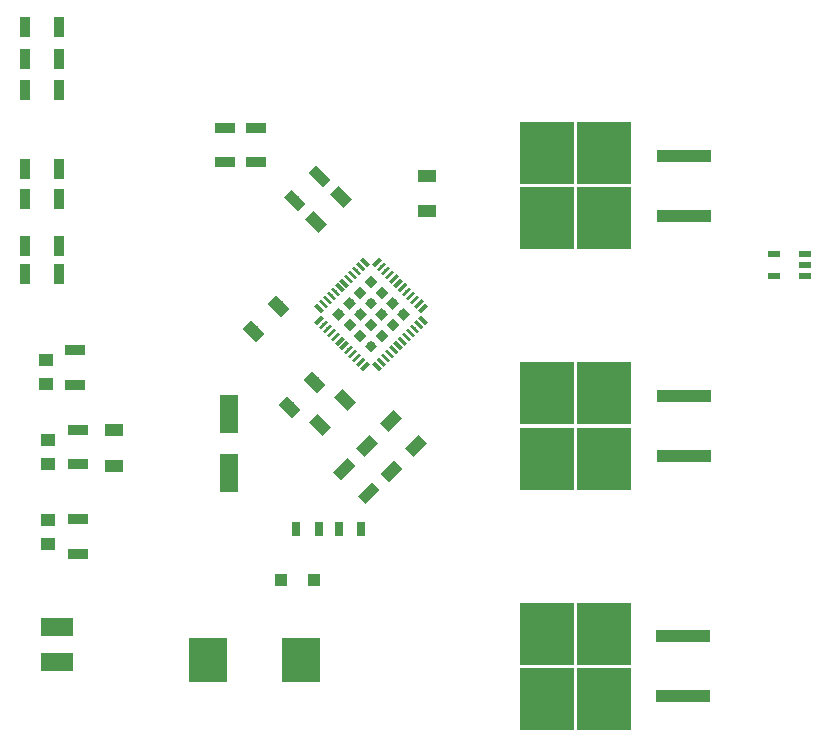
<source format=gtp>
G04 #@! TF.GenerationSoftware,KiCad,Pcbnew,(5.0.1)-3*
G04 #@! TF.CreationDate,2018-10-29T22:15:53-04:00*
G04 #@! TF.ProjectId,GCEW,474345572E6B696361645F7063620000,rev?*
G04 #@! TF.SameCoordinates,Original*
G04 #@! TF.FileFunction,Paste,Top*
G04 #@! TF.FilePolarity,Positive*
%FSLAX46Y46*%
G04 Gerber Fmt 4.6, Leading zero omitted, Abs format (unit mm)*
G04 Created by KiCad (PCBNEW (5.0.1)-3) date 10/29/2018 10:15:53 PM*
%MOMM*%
%LPD*%
G01*
G04 APERTURE LIST*
%ADD10C,1.000000*%
%ADD11C,0.100000*%
%ADD12R,1.600000X1.000000*%
%ADD13R,1.250000X1.000000*%
%ADD14R,1.600000X3.200000*%
%ADD15R,2.700000X1.600000*%
%ADD16R,1.100000X1.100000*%
%ADD17R,3.300000X3.700000*%
%ADD18C,0.900000*%
%ADD19R,1.700000X0.900000*%
%ADD20R,0.900000X1.700000*%
%ADD21R,0.700000X1.300000*%
%ADD22R,1.100000X0.600000*%
%ADD23C,0.772500*%
%ADD24C,0.280000*%
%ADD25R,4.600000X1.100000*%
%ADD26R,4.550000X5.250000*%
G04 APERTURE END LIST*
D10*
G04 #@! TO.C,C2*
X152960660Y-106689340D03*
D11*
G36*
X152748528Y-105770101D02*
X153879899Y-106901472D01*
X153172792Y-107608579D01*
X152041421Y-106477208D01*
X152748528Y-105770101D01*
X152748528Y-105770101D01*
G37*
D10*
X150839340Y-108810660D03*
D11*
G36*
X150627208Y-107891421D02*
X151758579Y-109022792D01*
X151051472Y-109729899D01*
X149920101Y-108598528D01*
X150627208Y-107891421D01*
X150627208Y-107891421D01*
G37*
G04 #@! TD*
D10*
G04 #@! TO.C,C3*
X158260660Y-97439340D03*
D11*
G36*
X158048528Y-96520101D02*
X159179899Y-97651472D01*
X158472792Y-98358579D01*
X157341421Y-97227208D01*
X158048528Y-96520101D01*
X158048528Y-96520101D01*
G37*
D10*
X156139340Y-99560660D03*
D11*
G36*
X155927208Y-98641421D02*
X157058579Y-99772792D01*
X156351472Y-100479899D01*
X155220101Y-99348528D01*
X155927208Y-98641421D01*
X155927208Y-98641421D01*
G37*
G04 #@! TD*
D12*
G04 #@! TO.C,C4*
X139000000Y-117200000D03*
X139000000Y-120200000D03*
G04 #@! TD*
D13*
G04 #@! TO.C,C5*
X133250000Y-113300000D03*
X133250000Y-111300000D03*
G04 #@! TD*
G04 #@! TO.C,C6*
X133400000Y-120050000D03*
X133400000Y-118050000D03*
G04 #@! TD*
G04 #@! TO.C,C7*
X133400000Y-124800000D03*
X133400000Y-126800000D03*
G04 #@! TD*
D10*
G04 #@! TO.C,C8*
X160439340Y-118539340D03*
D11*
G36*
X159520101Y-118751472D02*
X160651472Y-117620101D01*
X161358579Y-118327208D01*
X160227208Y-119458579D01*
X159520101Y-118751472D01*
X159520101Y-118751472D01*
G37*
D10*
X162560660Y-120660660D03*
D11*
G36*
X161641421Y-120872792D02*
X162772792Y-119741421D01*
X163479899Y-120448528D01*
X162348528Y-121579899D01*
X161641421Y-120872792D01*
X161641421Y-120872792D01*
G37*
G04 #@! TD*
D10*
G04 #@! TO.C,C10*
X158575000Y-114625000D03*
D11*
G36*
X158362868Y-113705761D02*
X159494239Y-114837132D01*
X158787132Y-115544239D01*
X157655761Y-114412868D01*
X158362868Y-113705761D01*
X158362868Y-113705761D01*
G37*
D10*
X156453680Y-116746320D03*
D11*
G36*
X156241548Y-115827081D02*
X157372919Y-116958452D01*
X156665812Y-117665559D01*
X155534441Y-116534188D01*
X156241548Y-115827081D01*
X156241548Y-115827081D01*
G37*
G04 #@! TD*
D10*
G04 #@! TO.C,C11*
X162450000Y-116400000D03*
D11*
G36*
X161530761Y-116612132D02*
X162662132Y-115480761D01*
X163369239Y-116187868D01*
X162237868Y-117319239D01*
X161530761Y-116612132D01*
X161530761Y-116612132D01*
G37*
D10*
X164571320Y-118521320D03*
D11*
G36*
X163652081Y-118733452D02*
X164783452Y-117602081D01*
X165490559Y-118309188D01*
X164359188Y-119440559D01*
X163652081Y-118733452D01*
X163652081Y-118733452D01*
G37*
G04 #@! TD*
D14*
G04 #@! TO.C,C12*
X148800000Y-115850000D03*
X148800000Y-120850000D03*
G04 #@! TD*
D12*
G04 #@! TO.C,C13*
X165525000Y-98650000D03*
X165525000Y-95650000D03*
G04 #@! TD*
D10*
G04 #@! TO.C,C14*
X153889340Y-115260660D03*
D11*
G36*
X154101472Y-116179899D02*
X152970101Y-115048528D01*
X153677208Y-114341421D01*
X154808579Y-115472792D01*
X154101472Y-116179899D01*
X154101472Y-116179899D01*
G37*
D10*
X156010660Y-113139340D03*
D11*
G36*
X156222792Y-114058579D02*
X155091421Y-112927208D01*
X155798528Y-112220101D01*
X156929899Y-113351472D01*
X156222792Y-114058579D01*
X156222792Y-114058579D01*
G37*
G04 #@! TD*
D15*
G04 #@! TO.C,C15*
X134200000Y-136825000D03*
X134200000Y-133825000D03*
G04 #@! TD*
D16*
G04 #@! TO.C,D1*
X153150001Y-129850000D03*
X155949999Y-129850000D03*
G04 #@! TD*
D17*
G04 #@! TO.C,L1*
X146950000Y-136700000D03*
X154850000Y-136700000D03*
G04 #@! TD*
D18*
G04 #@! TO.C,R1*
X154349390Y-97750610D03*
D11*
G36*
X154632233Y-98669849D02*
X153430151Y-97467767D01*
X154066547Y-96831371D01*
X155268629Y-98033453D01*
X154632233Y-98669849D01*
X154632233Y-98669849D01*
G37*
D18*
X156400000Y-95700000D03*
D11*
G36*
X156682843Y-96619239D02*
X155480761Y-95417157D01*
X156117157Y-94780761D01*
X157319239Y-95982843D01*
X156682843Y-96619239D01*
X156682843Y-96619239D01*
G37*
G04 #@! TD*
D19*
G04 #@! TO.C,R2*
X135750000Y-110450000D03*
X135750000Y-113350000D03*
G04 #@! TD*
D20*
G04 #@! TO.C,R3*
X131500000Y-88400000D03*
X134400000Y-88400000D03*
G04 #@! TD*
G04 #@! TO.C,R4*
X131500000Y-85800000D03*
X134400000Y-85800000D03*
G04 #@! TD*
G04 #@! TO.C,R5*
X131500000Y-83100000D03*
X134400000Y-83100000D03*
G04 #@! TD*
G04 #@! TO.C,R6*
X131500000Y-97650000D03*
X134400000Y-97650000D03*
G04 #@! TD*
G04 #@! TO.C,R7*
X131500000Y-95050000D03*
X134400000Y-95050000D03*
G04 #@! TD*
D19*
G04 #@! TO.C,R8*
X135950000Y-117200000D03*
X135950000Y-120100000D03*
G04 #@! TD*
D20*
G04 #@! TO.C,R9*
X131500000Y-104000000D03*
X134400000Y-104000000D03*
G04 #@! TD*
G04 #@! TO.C,R10*
X131500000Y-101600000D03*
X134400000Y-101600000D03*
G04 #@! TD*
D19*
G04 #@! TO.C,R11*
X151020000Y-91580000D03*
X151020000Y-94480000D03*
G04 #@! TD*
G04 #@! TO.C,R12*
X135950000Y-127650000D03*
X135950000Y-124750000D03*
G04 #@! TD*
G04 #@! TO.C,R13*
X148460000Y-94480000D03*
X148460000Y-91580000D03*
G04 #@! TD*
D18*
G04 #@! TO.C,R14*
X158524695Y-120474695D03*
D11*
G36*
X157605456Y-120757538D02*
X158807538Y-119555456D01*
X159443934Y-120191852D01*
X158241852Y-121393934D01*
X157605456Y-120757538D01*
X157605456Y-120757538D01*
G37*
D18*
X160575305Y-122525305D03*
D11*
G36*
X159656066Y-122808148D02*
X160858148Y-121606066D01*
X161494544Y-122242462D01*
X160292462Y-123444544D01*
X159656066Y-122808148D01*
X159656066Y-122808148D01*
G37*
G04 #@! TD*
D21*
G04 #@! TO.C,R15*
X154450000Y-125550000D03*
X156350000Y-125550000D03*
G04 #@! TD*
G04 #@! TO.C,R16*
X158050000Y-125550000D03*
X159950000Y-125550000D03*
G04 #@! TD*
D22*
G04 #@! TO.C,U1*
X194900000Y-102250000D03*
X194900000Y-104150000D03*
X197500000Y-102250000D03*
X197500000Y-104150000D03*
X197500000Y-103200000D03*
G04 #@! TD*
D23*
G04 #@! TO.C,U2*
X160789600Y-110102000D03*
D11*
G36*
X161335840Y-110102000D02*
X160789600Y-110648240D01*
X160243360Y-110102000D01*
X160789600Y-109555760D01*
X161335840Y-110102000D01*
X161335840Y-110102000D01*
G37*
D23*
X161700000Y-109191600D03*
D11*
G36*
X162246240Y-109191600D02*
X161700000Y-109737840D01*
X161153760Y-109191600D01*
X161700000Y-108645360D01*
X162246240Y-109191600D01*
X162246240Y-109191600D01*
G37*
D23*
X162610400Y-108281200D03*
D11*
G36*
X163156640Y-108281200D02*
X162610400Y-108827440D01*
X162064160Y-108281200D01*
X162610400Y-107734960D01*
X163156640Y-108281200D01*
X163156640Y-108281200D01*
G37*
D23*
X163520800Y-107370800D03*
D11*
G36*
X164067040Y-107370800D02*
X163520800Y-107917040D01*
X162974560Y-107370800D01*
X163520800Y-106824560D01*
X164067040Y-107370800D01*
X164067040Y-107370800D01*
G37*
D23*
X159879200Y-109191600D03*
D11*
G36*
X160425440Y-109191600D02*
X159879200Y-109737840D01*
X159332960Y-109191600D01*
X159879200Y-108645360D01*
X160425440Y-109191600D01*
X160425440Y-109191600D01*
G37*
D23*
X160789600Y-108281200D03*
D11*
G36*
X161335840Y-108281200D02*
X160789600Y-108827440D01*
X160243360Y-108281200D01*
X160789600Y-107734960D01*
X161335840Y-108281200D01*
X161335840Y-108281200D01*
G37*
D23*
X161700000Y-107370800D03*
D11*
G36*
X162246240Y-107370800D02*
X161700000Y-107917040D01*
X161153760Y-107370800D01*
X161700000Y-106824560D01*
X162246240Y-107370800D01*
X162246240Y-107370800D01*
G37*
D23*
X162610400Y-106460400D03*
D11*
G36*
X163156640Y-106460400D02*
X162610400Y-107006640D01*
X162064160Y-106460400D01*
X162610400Y-105914160D01*
X163156640Y-106460400D01*
X163156640Y-106460400D01*
G37*
D23*
X158968800Y-108281200D03*
D11*
G36*
X159515040Y-108281200D02*
X158968800Y-108827440D01*
X158422560Y-108281200D01*
X158968800Y-107734960D01*
X159515040Y-108281200D01*
X159515040Y-108281200D01*
G37*
D23*
X159879200Y-107370800D03*
D11*
G36*
X160425440Y-107370800D02*
X159879200Y-107917040D01*
X159332960Y-107370800D01*
X159879200Y-106824560D01*
X160425440Y-107370800D01*
X160425440Y-107370800D01*
G37*
D23*
X160789600Y-106460400D03*
D11*
G36*
X161335840Y-106460400D02*
X160789600Y-107006640D01*
X160243360Y-106460400D01*
X160789600Y-105914160D01*
X161335840Y-106460400D01*
X161335840Y-106460400D01*
G37*
D23*
X161700000Y-105550000D03*
D11*
G36*
X162246240Y-105550000D02*
X161700000Y-106096240D01*
X161153760Y-105550000D01*
X161700000Y-105003760D01*
X162246240Y-105550000D01*
X162246240Y-105550000D01*
G37*
D23*
X158058400Y-107370800D03*
D11*
G36*
X158604640Y-107370800D02*
X158058400Y-107917040D01*
X157512160Y-107370800D01*
X158058400Y-106824560D01*
X158604640Y-107370800D01*
X158604640Y-107370800D01*
G37*
D23*
X158968800Y-106460400D03*
D11*
G36*
X159515040Y-106460400D02*
X158968800Y-107006640D01*
X158422560Y-106460400D01*
X158968800Y-105914160D01*
X159515040Y-106460400D01*
X159515040Y-106460400D01*
G37*
D23*
X159879200Y-105550000D03*
D11*
G36*
X160425440Y-105550000D02*
X159879200Y-106096240D01*
X159332960Y-105550000D01*
X159879200Y-105003760D01*
X160425440Y-105550000D01*
X160425440Y-105550000D01*
G37*
D23*
X160789600Y-104639600D03*
D11*
G36*
X161335840Y-104639600D02*
X160789600Y-105185840D01*
X160243360Y-104639600D01*
X160789600Y-104093360D01*
X161335840Y-104639600D01*
X161335840Y-104639600D01*
G37*
D24*
X160276948Y-111772540D03*
D11*
G36*
X160478473Y-111373025D02*
X160676463Y-111571015D01*
X160075423Y-112172055D01*
X159877433Y-111974065D01*
X160478473Y-111373025D01*
X160478473Y-111373025D01*
G37*
D24*
X159923394Y-111418986D03*
D11*
G36*
X160124919Y-111019471D02*
X160322909Y-111217461D01*
X159721869Y-111818501D01*
X159523879Y-111620511D01*
X160124919Y-111019471D01*
X160124919Y-111019471D01*
G37*
D24*
X159569841Y-111065433D03*
D11*
G36*
X159771366Y-110665918D02*
X159969356Y-110863908D01*
X159368316Y-111464948D01*
X159170326Y-111266958D01*
X159771366Y-110665918D01*
X159771366Y-110665918D01*
G37*
D24*
X159216287Y-110711880D03*
D11*
G36*
X159417812Y-110312365D02*
X159615802Y-110510355D01*
X159014762Y-111111395D01*
X158816772Y-110913405D01*
X159417812Y-110312365D01*
X159417812Y-110312365D01*
G37*
D24*
X158862734Y-110358326D03*
D11*
G36*
X159064259Y-109958811D02*
X159262249Y-110156801D01*
X158661209Y-110757841D01*
X158463219Y-110559851D01*
X159064259Y-109958811D01*
X159064259Y-109958811D01*
G37*
D24*
X158509181Y-110004773D03*
D11*
G36*
X158710706Y-109605258D02*
X158908696Y-109803248D01*
X158307656Y-110404288D01*
X158109666Y-110206298D01*
X158710706Y-109605258D01*
X158710706Y-109605258D01*
G37*
D24*
X158155627Y-109651219D03*
D11*
G36*
X158357152Y-109251704D02*
X158555142Y-109449694D01*
X157954102Y-110050734D01*
X157756112Y-109852744D01*
X158357152Y-109251704D01*
X158357152Y-109251704D01*
G37*
D24*
X157802074Y-109297666D03*
D11*
G36*
X158003599Y-108898151D02*
X158201589Y-109096141D01*
X157600549Y-109697181D01*
X157402559Y-109499191D01*
X158003599Y-108898151D01*
X158003599Y-108898151D01*
G37*
D24*
X157448520Y-108944113D03*
D11*
G36*
X157650045Y-108544598D02*
X157848035Y-108742588D01*
X157246995Y-109343628D01*
X157049005Y-109145638D01*
X157650045Y-108544598D01*
X157650045Y-108544598D01*
G37*
D24*
X157094967Y-108590559D03*
D11*
G36*
X157296492Y-108191044D02*
X157494482Y-108389034D01*
X156893442Y-108990074D01*
X156695452Y-108792084D01*
X157296492Y-108191044D01*
X157296492Y-108191044D01*
G37*
D24*
X156741414Y-108237006D03*
D11*
G36*
X156942939Y-107837491D02*
X157140929Y-108035481D01*
X156539889Y-108636521D01*
X156341899Y-108438531D01*
X156942939Y-107837491D01*
X156942939Y-107837491D01*
G37*
D24*
X156387860Y-107883452D03*
D11*
G36*
X156589385Y-107483937D02*
X156787375Y-107681927D01*
X156186335Y-108282967D01*
X155988345Y-108084977D01*
X156589385Y-107483937D01*
X156589385Y-107483937D01*
G37*
D24*
X156387860Y-106858148D03*
D11*
G36*
X156787375Y-107059673D02*
X156589385Y-107257663D01*
X155988345Y-106656623D01*
X156186335Y-106458633D01*
X156787375Y-107059673D01*
X156787375Y-107059673D01*
G37*
D24*
X156741414Y-106504594D03*
D11*
G36*
X157140929Y-106706119D02*
X156942939Y-106904109D01*
X156341899Y-106303069D01*
X156539889Y-106105079D01*
X157140929Y-106706119D01*
X157140929Y-106706119D01*
G37*
D24*
X157094967Y-106151041D03*
D11*
G36*
X157494482Y-106352566D02*
X157296492Y-106550556D01*
X156695452Y-105949516D01*
X156893442Y-105751526D01*
X157494482Y-106352566D01*
X157494482Y-106352566D01*
G37*
D24*
X157448520Y-105797487D03*
D11*
G36*
X157848035Y-105999012D02*
X157650045Y-106197002D01*
X157049005Y-105595962D01*
X157246995Y-105397972D01*
X157848035Y-105999012D01*
X157848035Y-105999012D01*
G37*
D24*
X157802074Y-105443934D03*
D11*
G36*
X158201589Y-105645459D02*
X158003599Y-105843449D01*
X157402559Y-105242409D01*
X157600549Y-105044419D01*
X158201589Y-105645459D01*
X158201589Y-105645459D01*
G37*
D24*
X158155627Y-105090381D03*
D11*
G36*
X158555142Y-105291906D02*
X158357152Y-105489896D01*
X157756112Y-104888856D01*
X157954102Y-104690866D01*
X158555142Y-105291906D01*
X158555142Y-105291906D01*
G37*
D24*
X158509181Y-104736827D03*
D11*
G36*
X158908696Y-104938352D02*
X158710706Y-105136342D01*
X158109666Y-104535302D01*
X158307656Y-104337312D01*
X158908696Y-104938352D01*
X158908696Y-104938352D01*
G37*
D24*
X158862734Y-104383274D03*
D11*
G36*
X159262249Y-104584799D02*
X159064259Y-104782789D01*
X158463219Y-104181749D01*
X158661209Y-103983759D01*
X159262249Y-104584799D01*
X159262249Y-104584799D01*
G37*
D24*
X159216287Y-104029720D03*
D11*
G36*
X159615802Y-104231245D02*
X159417812Y-104429235D01*
X158816772Y-103828195D01*
X159014762Y-103630205D01*
X159615802Y-104231245D01*
X159615802Y-104231245D01*
G37*
D24*
X159569841Y-103676167D03*
D11*
G36*
X159969356Y-103877692D02*
X159771366Y-104075682D01*
X159170326Y-103474642D01*
X159368316Y-103276652D01*
X159969356Y-103877692D01*
X159969356Y-103877692D01*
G37*
D24*
X159923394Y-103322614D03*
D11*
G36*
X160322909Y-103524139D02*
X160124919Y-103722129D01*
X159523879Y-103121089D01*
X159721869Y-102923099D01*
X160322909Y-103524139D01*
X160322909Y-103524139D01*
G37*
D24*
X160276948Y-102969060D03*
D11*
G36*
X160676463Y-103170585D02*
X160478473Y-103368575D01*
X159877433Y-102767535D01*
X160075423Y-102569545D01*
X160676463Y-103170585D01*
X160676463Y-103170585D01*
G37*
D24*
X161302252Y-102969060D03*
D11*
G36*
X161503777Y-102569545D02*
X161701767Y-102767535D01*
X161100727Y-103368575D01*
X160902737Y-103170585D01*
X161503777Y-102569545D01*
X161503777Y-102569545D01*
G37*
D24*
X161655806Y-103322614D03*
D11*
G36*
X161857331Y-102923099D02*
X162055321Y-103121089D01*
X161454281Y-103722129D01*
X161256291Y-103524139D01*
X161857331Y-102923099D01*
X161857331Y-102923099D01*
G37*
D24*
X162009359Y-103676167D03*
D11*
G36*
X162210884Y-103276652D02*
X162408874Y-103474642D01*
X161807834Y-104075682D01*
X161609844Y-103877692D01*
X162210884Y-103276652D01*
X162210884Y-103276652D01*
G37*
D24*
X162362913Y-104029720D03*
D11*
G36*
X162564438Y-103630205D02*
X162762428Y-103828195D01*
X162161388Y-104429235D01*
X161963398Y-104231245D01*
X162564438Y-103630205D01*
X162564438Y-103630205D01*
G37*
D24*
X162716466Y-104383274D03*
D11*
G36*
X162917991Y-103983759D02*
X163115981Y-104181749D01*
X162514941Y-104782789D01*
X162316951Y-104584799D01*
X162917991Y-103983759D01*
X162917991Y-103983759D01*
G37*
D24*
X163070019Y-104736827D03*
D11*
G36*
X163271544Y-104337312D02*
X163469534Y-104535302D01*
X162868494Y-105136342D01*
X162670504Y-104938352D01*
X163271544Y-104337312D01*
X163271544Y-104337312D01*
G37*
D24*
X163423573Y-105090381D03*
D11*
G36*
X163625098Y-104690866D02*
X163823088Y-104888856D01*
X163222048Y-105489896D01*
X163024058Y-105291906D01*
X163625098Y-104690866D01*
X163625098Y-104690866D01*
G37*
D24*
X163777126Y-105443934D03*
D11*
G36*
X163978651Y-105044419D02*
X164176641Y-105242409D01*
X163575601Y-105843449D01*
X163377611Y-105645459D01*
X163978651Y-105044419D01*
X163978651Y-105044419D01*
G37*
D24*
X164130680Y-105797487D03*
D11*
G36*
X164332205Y-105397972D02*
X164530195Y-105595962D01*
X163929155Y-106197002D01*
X163731165Y-105999012D01*
X164332205Y-105397972D01*
X164332205Y-105397972D01*
G37*
D24*
X164484233Y-106151041D03*
D11*
G36*
X164685758Y-105751526D02*
X164883748Y-105949516D01*
X164282708Y-106550556D01*
X164084718Y-106352566D01*
X164685758Y-105751526D01*
X164685758Y-105751526D01*
G37*
D24*
X164837786Y-106504594D03*
D11*
G36*
X165039311Y-106105079D02*
X165237301Y-106303069D01*
X164636261Y-106904109D01*
X164438271Y-106706119D01*
X165039311Y-106105079D01*
X165039311Y-106105079D01*
G37*
D24*
X165191340Y-106858148D03*
D11*
G36*
X165392865Y-106458633D02*
X165590855Y-106656623D01*
X164989815Y-107257663D01*
X164791825Y-107059673D01*
X165392865Y-106458633D01*
X165392865Y-106458633D01*
G37*
D24*
X165191340Y-107883452D03*
D11*
G36*
X165590855Y-108084977D02*
X165392865Y-108282967D01*
X164791825Y-107681927D01*
X164989815Y-107483937D01*
X165590855Y-108084977D01*
X165590855Y-108084977D01*
G37*
D24*
X164837786Y-108237006D03*
D11*
G36*
X165237301Y-108438531D02*
X165039311Y-108636521D01*
X164438271Y-108035481D01*
X164636261Y-107837491D01*
X165237301Y-108438531D01*
X165237301Y-108438531D01*
G37*
D24*
X164484233Y-108590559D03*
D11*
G36*
X164883748Y-108792084D02*
X164685758Y-108990074D01*
X164084718Y-108389034D01*
X164282708Y-108191044D01*
X164883748Y-108792084D01*
X164883748Y-108792084D01*
G37*
D24*
X164130680Y-108944113D03*
D11*
G36*
X164530195Y-109145638D02*
X164332205Y-109343628D01*
X163731165Y-108742588D01*
X163929155Y-108544598D01*
X164530195Y-109145638D01*
X164530195Y-109145638D01*
G37*
D24*
X163777126Y-109297666D03*
D11*
G36*
X164176641Y-109499191D02*
X163978651Y-109697181D01*
X163377611Y-109096141D01*
X163575601Y-108898151D01*
X164176641Y-109499191D01*
X164176641Y-109499191D01*
G37*
D24*
X163423573Y-109651219D03*
D11*
G36*
X163823088Y-109852744D02*
X163625098Y-110050734D01*
X163024058Y-109449694D01*
X163222048Y-109251704D01*
X163823088Y-109852744D01*
X163823088Y-109852744D01*
G37*
D24*
X163070019Y-110004773D03*
D11*
G36*
X163469534Y-110206298D02*
X163271544Y-110404288D01*
X162670504Y-109803248D01*
X162868494Y-109605258D01*
X163469534Y-110206298D01*
X163469534Y-110206298D01*
G37*
D24*
X162716466Y-110358326D03*
D11*
G36*
X163115981Y-110559851D02*
X162917991Y-110757841D01*
X162316951Y-110156801D01*
X162514941Y-109958811D01*
X163115981Y-110559851D01*
X163115981Y-110559851D01*
G37*
D24*
X162362913Y-110711880D03*
D11*
G36*
X162762428Y-110913405D02*
X162564438Y-111111395D01*
X161963398Y-110510355D01*
X162161388Y-110312365D01*
X162762428Y-110913405D01*
X162762428Y-110913405D01*
G37*
D24*
X162009359Y-111065433D03*
D11*
G36*
X162408874Y-111266958D02*
X162210884Y-111464948D01*
X161609844Y-110863908D01*
X161807834Y-110665918D01*
X162408874Y-111266958D01*
X162408874Y-111266958D01*
G37*
D24*
X161655806Y-111418986D03*
D11*
G36*
X162055321Y-111620511D02*
X161857331Y-111818501D01*
X161256291Y-111217461D01*
X161454281Y-111019471D01*
X162055321Y-111620511D01*
X162055321Y-111620511D01*
G37*
D24*
X161301545Y-111771833D03*
D11*
G36*
X161701060Y-111973358D02*
X161503070Y-112171348D01*
X160902030Y-111570308D01*
X161100020Y-111372318D01*
X161701060Y-111973358D01*
X161701060Y-111973358D01*
G37*
G04 #@! TD*
D25*
G04 #@! TO.C,U3*
X187225000Y-139740000D03*
X187225000Y-134660000D03*
D26*
X175650000Y-134425000D03*
X180500000Y-139975000D03*
X175650000Y-139975000D03*
X180500000Y-134425000D03*
G04 #@! TD*
D25*
G04 #@! TO.C,U5*
X187249999Y-119390000D03*
X187249999Y-114310000D03*
D26*
X175674999Y-114075000D03*
X180524999Y-119625000D03*
X175674999Y-119625000D03*
X180524999Y-114075000D03*
G04 #@! TD*
D25*
G04 #@! TO.C,U7*
X187275000Y-99040000D03*
X187275000Y-93960000D03*
D26*
X175700000Y-93725000D03*
X180550000Y-99275000D03*
X175700000Y-99275000D03*
X180550000Y-93725000D03*
G04 #@! TD*
M02*

</source>
